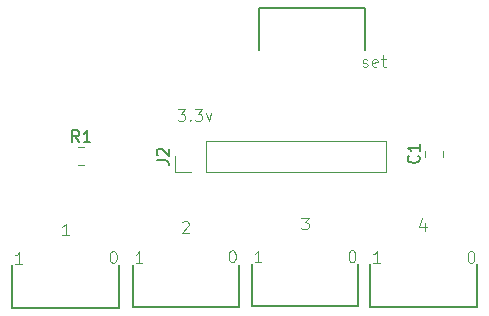
<source format=gbr>
%TF.GenerationSoftware,KiCad,Pcbnew,8.0.5*%
%TF.CreationDate,2024-11-11T16:35:56-08:00*%
%TF.ProjectId,Switch Lock,53776974-6368-4204-9c6f-636b2e6b6963,rev?*%
%TF.SameCoordinates,Original*%
%TF.FileFunction,Legend,Top*%
%TF.FilePolarity,Positive*%
%FSLAX46Y46*%
G04 Gerber Fmt 4.6, Leading zero omitted, Abs format (unit mm)*
G04 Created by KiCad (PCBNEW 8.0.5) date 2024-11-11 16:35:56*
%MOMM*%
%LPD*%
G01*
G04 APERTURE LIST*
%ADD10C,0.100000*%
%ADD11C,0.150000*%
%ADD12C,0.120000*%
%ADD13C,0.127000*%
G04 APERTURE END LIST*
D10*
X122036265Y-61104800D02*
X122131503Y-61152419D01*
X122131503Y-61152419D02*
X122321979Y-61152419D01*
X122321979Y-61152419D02*
X122417217Y-61104800D01*
X122417217Y-61104800D02*
X122464836Y-61009561D01*
X122464836Y-61009561D02*
X122464836Y-60961942D01*
X122464836Y-60961942D02*
X122417217Y-60866704D01*
X122417217Y-60866704D02*
X122321979Y-60819085D01*
X122321979Y-60819085D02*
X122179122Y-60819085D01*
X122179122Y-60819085D02*
X122083884Y-60771466D01*
X122083884Y-60771466D02*
X122036265Y-60676228D01*
X122036265Y-60676228D02*
X122036265Y-60628609D01*
X122036265Y-60628609D02*
X122083884Y-60533371D01*
X122083884Y-60533371D02*
X122179122Y-60485752D01*
X122179122Y-60485752D02*
X122321979Y-60485752D01*
X122321979Y-60485752D02*
X122417217Y-60533371D01*
X123274360Y-61104800D02*
X123179122Y-61152419D01*
X123179122Y-61152419D02*
X122988646Y-61152419D01*
X122988646Y-61152419D02*
X122893408Y-61104800D01*
X122893408Y-61104800D02*
X122845789Y-61009561D01*
X122845789Y-61009561D02*
X122845789Y-60628609D01*
X122845789Y-60628609D02*
X122893408Y-60533371D01*
X122893408Y-60533371D02*
X122988646Y-60485752D01*
X122988646Y-60485752D02*
X123179122Y-60485752D01*
X123179122Y-60485752D02*
X123274360Y-60533371D01*
X123274360Y-60533371D02*
X123321979Y-60628609D01*
X123321979Y-60628609D02*
X123321979Y-60723847D01*
X123321979Y-60723847D02*
X122845789Y-60819085D01*
X123607694Y-60485752D02*
X123988646Y-60485752D01*
X123750551Y-60152419D02*
X123750551Y-61009561D01*
X123750551Y-61009561D02*
X123798170Y-61104800D01*
X123798170Y-61104800D02*
X123893408Y-61152419D01*
X123893408Y-61152419D02*
X123988646Y-61152419D01*
X97187693Y-75412419D02*
X96616265Y-75412419D01*
X96901979Y-75412419D02*
X96901979Y-74412419D01*
X96901979Y-74412419D02*
X96806741Y-74555276D01*
X96806741Y-74555276D02*
X96711503Y-74650514D01*
X96711503Y-74650514D02*
X96616265Y-74698133D01*
X103397693Y-77762419D02*
X102826265Y-77762419D01*
X103111979Y-77762419D02*
X103111979Y-76762419D01*
X103111979Y-76762419D02*
X103016741Y-76905276D01*
X103016741Y-76905276D02*
X102921503Y-77000514D01*
X102921503Y-77000514D02*
X102826265Y-77048133D01*
X93217693Y-77800669D02*
X92646265Y-77800669D01*
X92931979Y-77800669D02*
X92931979Y-76800669D01*
X92931979Y-76800669D02*
X92836741Y-76943526D01*
X92836741Y-76943526D02*
X92741503Y-77038764D01*
X92741503Y-77038764D02*
X92646265Y-77086383D01*
X106756265Y-74307657D02*
X106803884Y-74260038D01*
X106803884Y-74260038D02*
X106899122Y-74212419D01*
X106899122Y-74212419D02*
X107137217Y-74212419D01*
X107137217Y-74212419D02*
X107232455Y-74260038D01*
X107232455Y-74260038D02*
X107280074Y-74307657D01*
X107280074Y-74307657D02*
X107327693Y-74402895D01*
X107327693Y-74402895D02*
X107327693Y-74498133D01*
X107327693Y-74498133D02*
X107280074Y-74640990D01*
X107280074Y-74640990D02*
X106708646Y-75212419D01*
X106708646Y-75212419D02*
X107327693Y-75212419D01*
X131174360Y-76732419D02*
X131269598Y-76732419D01*
X131269598Y-76732419D02*
X131364836Y-76780038D01*
X131364836Y-76780038D02*
X131412455Y-76827657D01*
X131412455Y-76827657D02*
X131460074Y-76922895D01*
X131460074Y-76922895D02*
X131507693Y-77113371D01*
X131507693Y-77113371D02*
X131507693Y-77351466D01*
X131507693Y-77351466D02*
X131460074Y-77541942D01*
X131460074Y-77541942D02*
X131412455Y-77637180D01*
X131412455Y-77637180D02*
X131364836Y-77684800D01*
X131364836Y-77684800D02*
X131269598Y-77732419D01*
X131269598Y-77732419D02*
X131174360Y-77732419D01*
X131174360Y-77732419D02*
X131079122Y-77684800D01*
X131079122Y-77684800D02*
X131031503Y-77637180D01*
X131031503Y-77637180D02*
X130983884Y-77541942D01*
X130983884Y-77541942D02*
X130936265Y-77351466D01*
X130936265Y-77351466D02*
X130936265Y-77113371D01*
X130936265Y-77113371D02*
X130983884Y-76922895D01*
X130983884Y-76922895D02*
X131031503Y-76827657D01*
X131031503Y-76827657D02*
X131079122Y-76780038D01*
X131079122Y-76780038D02*
X131174360Y-76732419D01*
X110954360Y-76672419D02*
X111049598Y-76672419D01*
X111049598Y-76672419D02*
X111144836Y-76720038D01*
X111144836Y-76720038D02*
X111192455Y-76767657D01*
X111192455Y-76767657D02*
X111240074Y-76862895D01*
X111240074Y-76862895D02*
X111287693Y-77053371D01*
X111287693Y-77053371D02*
X111287693Y-77291466D01*
X111287693Y-77291466D02*
X111240074Y-77481942D01*
X111240074Y-77481942D02*
X111192455Y-77577180D01*
X111192455Y-77577180D02*
X111144836Y-77624800D01*
X111144836Y-77624800D02*
X111049598Y-77672419D01*
X111049598Y-77672419D02*
X110954360Y-77672419D01*
X110954360Y-77672419D02*
X110859122Y-77624800D01*
X110859122Y-77624800D02*
X110811503Y-77577180D01*
X110811503Y-77577180D02*
X110763884Y-77481942D01*
X110763884Y-77481942D02*
X110716265Y-77291466D01*
X110716265Y-77291466D02*
X110716265Y-77053371D01*
X110716265Y-77053371D02*
X110763884Y-76862895D01*
X110763884Y-76862895D02*
X110811503Y-76767657D01*
X110811503Y-76767657D02*
X110859122Y-76720038D01*
X110859122Y-76720038D02*
X110954360Y-76672419D01*
X123527693Y-77710669D02*
X122956265Y-77710669D01*
X123241979Y-77710669D02*
X123241979Y-76710669D01*
X123241979Y-76710669D02*
X123146741Y-76853526D01*
X123146741Y-76853526D02*
X123051503Y-76948764D01*
X123051503Y-76948764D02*
X122956265Y-76996383D01*
X113477693Y-77692419D02*
X112906265Y-77692419D01*
X113191979Y-77692419D02*
X113191979Y-76692419D01*
X113191979Y-76692419D02*
X113096741Y-76835276D01*
X113096741Y-76835276D02*
X113001503Y-76930514D01*
X113001503Y-76930514D02*
X112906265Y-76978133D01*
X106388646Y-64712419D02*
X107007693Y-64712419D01*
X107007693Y-64712419D02*
X106674360Y-65093371D01*
X106674360Y-65093371D02*
X106817217Y-65093371D01*
X106817217Y-65093371D02*
X106912455Y-65140990D01*
X106912455Y-65140990D02*
X106960074Y-65188609D01*
X106960074Y-65188609D02*
X107007693Y-65283847D01*
X107007693Y-65283847D02*
X107007693Y-65521942D01*
X107007693Y-65521942D02*
X106960074Y-65617180D01*
X106960074Y-65617180D02*
X106912455Y-65664800D01*
X106912455Y-65664800D02*
X106817217Y-65712419D01*
X106817217Y-65712419D02*
X106531503Y-65712419D01*
X106531503Y-65712419D02*
X106436265Y-65664800D01*
X106436265Y-65664800D02*
X106388646Y-65617180D01*
X107436265Y-65617180D02*
X107483884Y-65664800D01*
X107483884Y-65664800D02*
X107436265Y-65712419D01*
X107436265Y-65712419D02*
X107388646Y-65664800D01*
X107388646Y-65664800D02*
X107436265Y-65617180D01*
X107436265Y-65617180D02*
X107436265Y-65712419D01*
X107817217Y-64712419D02*
X108436264Y-64712419D01*
X108436264Y-64712419D02*
X108102931Y-65093371D01*
X108102931Y-65093371D02*
X108245788Y-65093371D01*
X108245788Y-65093371D02*
X108341026Y-65140990D01*
X108341026Y-65140990D02*
X108388645Y-65188609D01*
X108388645Y-65188609D02*
X108436264Y-65283847D01*
X108436264Y-65283847D02*
X108436264Y-65521942D01*
X108436264Y-65521942D02*
X108388645Y-65617180D01*
X108388645Y-65617180D02*
X108341026Y-65664800D01*
X108341026Y-65664800D02*
X108245788Y-65712419D01*
X108245788Y-65712419D02*
X107960074Y-65712419D01*
X107960074Y-65712419D02*
X107864836Y-65664800D01*
X107864836Y-65664800D02*
X107817217Y-65617180D01*
X108769598Y-65045752D02*
X109007693Y-65712419D01*
X109007693Y-65712419D02*
X109245788Y-65045752D01*
X116848646Y-73892419D02*
X117467693Y-73892419D01*
X117467693Y-73892419D02*
X117134360Y-74273371D01*
X117134360Y-74273371D02*
X117277217Y-74273371D01*
X117277217Y-74273371D02*
X117372455Y-74320990D01*
X117372455Y-74320990D02*
X117420074Y-74368609D01*
X117420074Y-74368609D02*
X117467693Y-74463847D01*
X117467693Y-74463847D02*
X117467693Y-74701942D01*
X117467693Y-74701942D02*
X117420074Y-74797180D01*
X117420074Y-74797180D02*
X117372455Y-74844800D01*
X117372455Y-74844800D02*
X117277217Y-74892419D01*
X117277217Y-74892419D02*
X116991503Y-74892419D01*
X116991503Y-74892419D02*
X116896265Y-74844800D01*
X116896265Y-74844800D02*
X116848646Y-74797180D01*
X121094360Y-76672419D02*
X121189598Y-76672419D01*
X121189598Y-76672419D02*
X121284836Y-76720038D01*
X121284836Y-76720038D02*
X121332455Y-76767657D01*
X121332455Y-76767657D02*
X121380074Y-76862895D01*
X121380074Y-76862895D02*
X121427693Y-77053371D01*
X121427693Y-77053371D02*
X121427693Y-77291466D01*
X121427693Y-77291466D02*
X121380074Y-77481942D01*
X121380074Y-77481942D02*
X121332455Y-77577180D01*
X121332455Y-77577180D02*
X121284836Y-77624800D01*
X121284836Y-77624800D02*
X121189598Y-77672419D01*
X121189598Y-77672419D02*
X121094360Y-77672419D01*
X121094360Y-77672419D02*
X120999122Y-77624800D01*
X120999122Y-77624800D02*
X120951503Y-77577180D01*
X120951503Y-77577180D02*
X120903884Y-77481942D01*
X120903884Y-77481942D02*
X120856265Y-77291466D01*
X120856265Y-77291466D02*
X120856265Y-77053371D01*
X120856265Y-77053371D02*
X120903884Y-76862895D01*
X120903884Y-76862895D02*
X120951503Y-76767657D01*
X120951503Y-76767657D02*
X120999122Y-76720038D01*
X120999122Y-76720038D02*
X121094360Y-76672419D01*
X100874360Y-76732419D02*
X100969598Y-76732419D01*
X100969598Y-76732419D02*
X101064836Y-76780038D01*
X101064836Y-76780038D02*
X101112455Y-76827657D01*
X101112455Y-76827657D02*
X101160074Y-76922895D01*
X101160074Y-76922895D02*
X101207693Y-77113371D01*
X101207693Y-77113371D02*
X101207693Y-77351466D01*
X101207693Y-77351466D02*
X101160074Y-77541942D01*
X101160074Y-77541942D02*
X101112455Y-77637180D01*
X101112455Y-77637180D02*
X101064836Y-77684800D01*
X101064836Y-77684800D02*
X100969598Y-77732419D01*
X100969598Y-77732419D02*
X100874360Y-77732419D01*
X100874360Y-77732419D02*
X100779122Y-77684800D01*
X100779122Y-77684800D02*
X100731503Y-77637180D01*
X100731503Y-77637180D02*
X100683884Y-77541942D01*
X100683884Y-77541942D02*
X100636265Y-77351466D01*
X100636265Y-77351466D02*
X100636265Y-77113371D01*
X100636265Y-77113371D02*
X100683884Y-76922895D01*
X100683884Y-76922895D02*
X100731503Y-76827657D01*
X100731503Y-76827657D02*
X100779122Y-76780038D01*
X100779122Y-76780038D02*
X100874360Y-76732419D01*
X127322455Y-74355752D02*
X127322455Y-75022419D01*
X127084360Y-73974800D02*
X126846265Y-74689085D01*
X126846265Y-74689085D02*
X127465312Y-74689085D01*
D11*
X126769580Y-68656666D02*
X126817200Y-68704285D01*
X126817200Y-68704285D02*
X126864819Y-68847142D01*
X126864819Y-68847142D02*
X126864819Y-68942380D01*
X126864819Y-68942380D02*
X126817200Y-69085237D01*
X126817200Y-69085237D02*
X126721961Y-69180475D01*
X126721961Y-69180475D02*
X126626723Y-69228094D01*
X126626723Y-69228094D02*
X126436247Y-69275713D01*
X126436247Y-69275713D02*
X126293390Y-69275713D01*
X126293390Y-69275713D02*
X126102914Y-69228094D01*
X126102914Y-69228094D02*
X126007676Y-69180475D01*
X126007676Y-69180475D02*
X125912438Y-69085237D01*
X125912438Y-69085237D02*
X125864819Y-68942380D01*
X125864819Y-68942380D02*
X125864819Y-68847142D01*
X125864819Y-68847142D02*
X125912438Y-68704285D01*
X125912438Y-68704285D02*
X125960057Y-68656666D01*
X126864819Y-67704285D02*
X126864819Y-68275713D01*
X126864819Y-67989999D02*
X125864819Y-67989999D01*
X125864819Y-67989999D02*
X126007676Y-68085237D01*
X126007676Y-68085237D02*
X126102914Y-68180475D01*
X126102914Y-68180475D02*
X126150533Y-68275713D01*
X98043333Y-67494819D02*
X97710000Y-67018628D01*
X97471905Y-67494819D02*
X97471905Y-66494819D01*
X97471905Y-66494819D02*
X97852857Y-66494819D01*
X97852857Y-66494819D02*
X97948095Y-66542438D01*
X97948095Y-66542438D02*
X97995714Y-66590057D01*
X97995714Y-66590057D02*
X98043333Y-66685295D01*
X98043333Y-66685295D02*
X98043333Y-66828152D01*
X98043333Y-66828152D02*
X97995714Y-66923390D01*
X97995714Y-66923390D02*
X97948095Y-66971009D01*
X97948095Y-66971009D02*
X97852857Y-67018628D01*
X97852857Y-67018628D02*
X97471905Y-67018628D01*
X98995714Y-67494819D02*
X98424286Y-67494819D01*
X98710000Y-67494819D02*
X98710000Y-66494819D01*
X98710000Y-66494819D02*
X98614762Y-66637676D01*
X98614762Y-66637676D02*
X98519524Y-66732914D01*
X98519524Y-66732914D02*
X98424286Y-66780533D01*
X104614819Y-69053333D02*
X105329104Y-69053333D01*
X105329104Y-69053333D02*
X105471961Y-69100952D01*
X105471961Y-69100952D02*
X105567200Y-69196190D01*
X105567200Y-69196190D02*
X105614819Y-69339047D01*
X105614819Y-69339047D02*
X105614819Y-69434285D01*
X104710057Y-68624761D02*
X104662438Y-68577142D01*
X104662438Y-68577142D02*
X104614819Y-68481904D01*
X104614819Y-68481904D02*
X104614819Y-68243809D01*
X104614819Y-68243809D02*
X104662438Y-68148571D01*
X104662438Y-68148571D02*
X104710057Y-68100952D01*
X104710057Y-68100952D02*
X104805295Y-68053333D01*
X104805295Y-68053333D02*
X104900533Y-68053333D01*
X104900533Y-68053333D02*
X105043390Y-68100952D01*
X105043390Y-68100952D02*
X105614819Y-68672380D01*
X105614819Y-68672380D02*
X105614819Y-68053333D01*
D12*
%TO.C,C1*%
X127355000Y-68751252D02*
X127355000Y-68228748D01*
X128825000Y-68751252D02*
X128825000Y-68228748D01*
%TO.C,R1*%
X97982936Y-67955000D02*
X98437064Y-67955000D01*
X97982936Y-69425000D02*
X98437064Y-69425000D01*
D13*
%TO.C,Status1*%
X113250000Y-59731750D02*
X113250000Y-56131750D01*
X122250000Y-56131750D02*
X113250000Y-56131750D01*
X122250000Y-59731750D02*
X122250000Y-56131750D01*
%TO.C,S2*%
X102570000Y-77890000D02*
X102570000Y-81490000D01*
X102570000Y-81490000D02*
X111570000Y-81490000D01*
X111570000Y-77890000D02*
X111570000Y-81490000D01*
%TO.C,S1*%
X92390000Y-77928250D02*
X92390000Y-81528250D01*
X92390000Y-81528250D02*
X101390000Y-81528250D01*
X101390000Y-77928250D02*
X101390000Y-81528250D01*
%TO.C,S4*%
X122700000Y-77838250D02*
X122700000Y-81438250D01*
X122700000Y-81438250D02*
X131700000Y-81438250D01*
X131700000Y-77838250D02*
X131700000Y-81438250D01*
D12*
%TO.C,J2*%
X106160000Y-70050000D02*
X106160000Y-68720000D01*
X107490000Y-70050000D02*
X106160000Y-70050000D01*
X108760000Y-67390000D02*
X124060000Y-67390000D01*
X108760000Y-70050000D02*
X108760000Y-67390000D01*
X108760000Y-70050000D02*
X124060000Y-70050000D01*
X124060000Y-70050000D02*
X124060000Y-67390000D01*
D13*
%TO.C,S3*%
X112650000Y-77820000D02*
X112650000Y-81420000D01*
X112650000Y-81420000D02*
X121650000Y-81420000D01*
X121650000Y-77820000D02*
X121650000Y-81420000D01*
%TD*%
M02*

</source>
